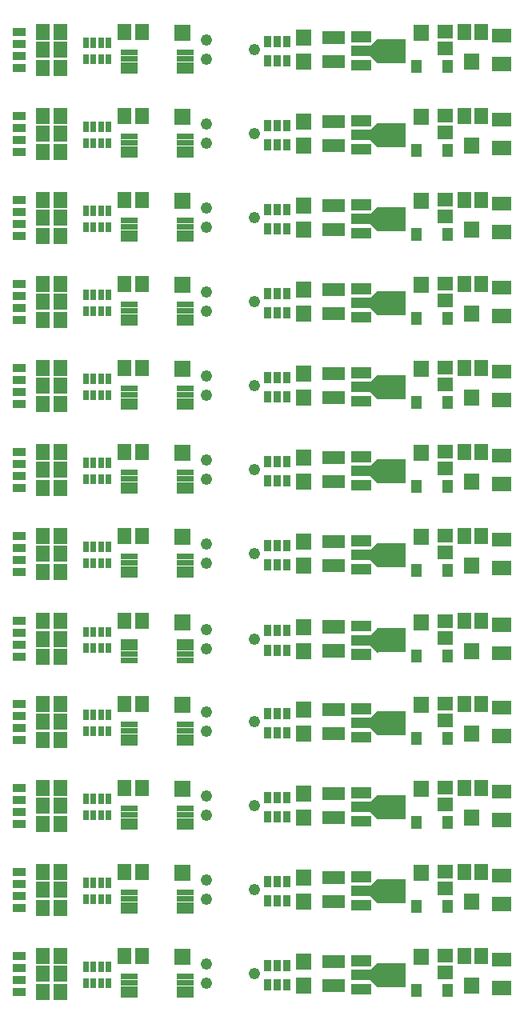
<source format=gbr>
G04 start of page 7 for group -4063 idx -4063 *
G04 Title: (unknown), componentmask *
G04 Creator: pcb 20110918 *
G04 CreationDate: Mon 02 Feb 2015 04:29:52 AM GMT UTC *
G04 For: railfan *
G04 Format: Gerber/RS-274X *
G04 PCB-Dimensions: 211000 411000 *
G04 PCB-Coordinate-Origin: lower left *
%MOIN*%
%FSLAX25Y25*%
%LNTOPMASK*%
%ADD55R,0.1005X0.1005*%
%ADD54R,0.0438X0.0438*%
%ADD53R,0.0420X0.0420*%
%ADD52R,0.0550X0.0550*%
%ADD51R,0.0300X0.0300*%
%ADD50R,0.0227X0.0227*%
%ADD49R,0.0230X0.0230*%
%ADD48R,0.0572X0.0572*%
%ADD47R,0.0344X0.0344*%
%ADD46C,0.0490*%
%ADD45C,0.0001*%
G54D45*G36*
X118200Y256300D02*Y249700D01*
X124800D01*
Y256300D01*
X118200D01*
G37*
G36*
Y266300D02*Y259700D01*
X124800D01*
Y266300D01*
X118200D01*
G37*
G54D46*X101000Y258000D03*
G54D45*G36*
X67700Y268300D02*Y261700D01*
X74300D01*
Y268300D01*
X67700D01*
G37*
G36*
X118200Y221300D02*Y214700D01*
X124800D01*
Y221300D01*
X118200D01*
G37*
G36*
Y231300D02*Y224700D01*
X124800D01*
Y231300D01*
X118200D01*
G37*
G54D46*X101000Y223000D03*
X81000Y227000D03*
Y219000D03*
Y262000D03*
Y254000D03*
Y192000D03*
Y184000D03*
Y156500D03*
Y148500D03*
G54D45*G36*
X67700Y233300D02*Y226700D01*
X74300D01*
Y233300D01*
X67700D01*
G37*
G36*
Y198300D02*Y191700D01*
X74300D01*
Y198300D01*
X67700D01*
G37*
G36*
Y162800D02*Y156200D01*
X74300D01*
Y162800D01*
X67700D01*
G37*
G36*
X118200Y186300D02*Y179700D01*
X124800D01*
Y186300D01*
X118200D01*
G37*
G36*
Y196300D02*Y189700D01*
X124800D01*
Y196300D01*
X118200D01*
G37*
G54D46*X101000Y188000D03*
G54D45*G36*
X167200Y338300D02*Y331700D01*
X173800D01*
Y338300D01*
X167200D01*
G37*
G36*
Y303300D02*Y296700D01*
X173800D01*
Y303300D01*
X167200D01*
G37*
G36*
Y268300D02*Y261700D01*
X173800D01*
Y268300D01*
X167200D01*
G37*
G36*
X188200Y291300D02*Y284700D01*
X194800D01*
Y291300D01*
X188200D01*
G37*
G36*
Y256300D02*Y249700D01*
X194800D01*
Y256300D01*
X188200D01*
G37*
G36*
Y221300D02*Y214700D01*
X194800D01*
Y221300D01*
X188200D01*
G37*
G36*
Y186300D02*Y179700D01*
X194800D01*
Y186300D01*
X188200D01*
G37*
G36*
Y150800D02*Y144200D01*
X194800D01*
Y150800D01*
X188200D01*
G37*
G36*
Y116300D02*Y109700D01*
X194800D01*
Y116300D01*
X188200D01*
G37*
G36*
X167200Y233300D02*Y226700D01*
X173800D01*
Y233300D01*
X167200D01*
G37*
G36*
Y198300D02*Y191700D01*
X173800D01*
Y198300D01*
X167200D01*
G37*
G36*
Y162800D02*Y156200D01*
X173800D01*
Y162800D01*
X167200D01*
G37*
G36*
Y128300D02*Y121700D01*
X173800D01*
Y128300D01*
X167200D01*
G37*
G36*
X188200Y81300D02*Y74700D01*
X194800D01*
Y81300D01*
X188200D01*
G37*
G36*
X167200Y93300D02*Y86700D01*
X173800D01*
Y93300D01*
X167200D01*
G37*
G36*
Y58300D02*Y51700D01*
X173800D01*
Y58300D01*
X167200D01*
G37*
G36*
Y23300D02*Y16700D01*
X173800D01*
Y23300D01*
X167200D01*
G37*
G36*
X188200Y46300D02*Y39700D01*
X194800D01*
Y46300D01*
X188200D01*
G37*
G36*
Y11300D02*Y4700D01*
X194800D01*
Y11300D01*
X188200D01*
G37*
G36*
X118200Y150800D02*Y144200D01*
X124800D01*
Y150800D01*
X118200D01*
G37*
G36*
Y160800D02*Y154200D01*
X124800D01*
Y160800D01*
X118200D01*
G37*
G54D46*X101000Y152500D03*
X81000Y122000D03*
G54D45*G36*
X67700Y128300D02*Y121700D01*
X74300D01*
Y128300D01*
X67700D01*
G37*
G54D46*X81000Y114000D03*
G54D45*G36*
X118200Y116300D02*Y109700D01*
X124800D01*
Y116300D01*
X118200D01*
G37*
G36*
Y126300D02*Y119700D01*
X124800D01*
Y126300D01*
X118200D01*
G37*
G54D46*X101000Y118000D03*
X81000Y87000D03*
G54D45*G36*
X67700Y93300D02*Y86700D01*
X74300D01*
Y93300D01*
X67700D01*
G37*
G54D46*X81000Y79000D03*
G54D45*G36*
X118200Y81300D02*Y74700D01*
X124800D01*
Y81300D01*
X118200D01*
G37*
G36*
Y91300D02*Y84700D01*
X124800D01*
Y91300D01*
X118200D01*
G37*
G54D46*X101000Y83000D03*
G54D45*G36*
X67700Y58300D02*Y51700D01*
X74300D01*
Y58300D01*
X67700D01*
G37*
G54D46*X81000Y52000D03*
Y44000D03*
G54D45*G36*
X118200Y46300D02*Y39700D01*
X124800D01*
Y46300D01*
X118200D01*
G37*
G36*
Y56300D02*Y49700D01*
X124800D01*
Y56300D01*
X118200D01*
G37*
G54D46*X101000Y48000D03*
G54D45*G36*
X118200Y11300D02*Y4700D01*
X124800D01*
Y11300D01*
X118200D01*
G37*
G36*
Y21300D02*Y14700D01*
X124800D01*
Y21300D01*
X118200D01*
G37*
G54D46*X101000Y13000D03*
X81000Y17000D03*
Y9000D03*
G54D45*G36*
X67700Y23300D02*Y16700D01*
X74300D01*
Y23300D01*
X67700D01*
G37*
G36*
X118200Y396300D02*Y389700D01*
X124800D01*
Y396300D01*
X118200D01*
G37*
G36*
Y406300D02*Y399700D01*
X124800D01*
Y406300D01*
X118200D01*
G37*
G54D46*X101000Y398000D03*
X81000Y402000D03*
Y394000D03*
G54D45*G36*
X67700Y408300D02*Y401700D01*
X74300D01*
Y408300D01*
X67700D01*
G37*
G36*
Y373300D02*Y366700D01*
X74300D01*
Y373300D01*
X67700D01*
G37*
G54D46*X101000Y363000D03*
X81000Y367000D03*
Y359000D03*
G54D45*G36*
X188200Y396300D02*Y389700D01*
X194800D01*
Y396300D01*
X188200D01*
G37*
G36*
X167200Y408300D02*Y401700D01*
X173800D01*
Y408300D01*
X167200D01*
G37*
G36*
X118200Y361300D02*Y354700D01*
X124800D01*
Y361300D01*
X118200D01*
G37*
G36*
X188200D02*Y354700D01*
X194800D01*
Y361300D01*
X188200D01*
G37*
G36*
X118200Y371300D02*Y364700D01*
X124800D01*
Y371300D01*
X118200D01*
G37*
G36*
X167200Y373300D02*Y366700D01*
X173800D01*
Y373300D01*
X167200D01*
G37*
G36*
X188200Y326300D02*Y319700D01*
X194800D01*
Y326300D01*
X188200D01*
G37*
G36*
X118200D02*Y319700D01*
X124800D01*
Y326300D01*
X118200D01*
G37*
G36*
Y336300D02*Y329700D01*
X124800D01*
Y336300D01*
X118200D01*
G37*
G54D46*X101000Y328000D03*
X81000Y332000D03*
Y324000D03*
G54D45*G36*
X67700Y338300D02*Y331700D01*
X74300D01*
Y338300D01*
X67700D01*
G37*
G36*
Y303300D02*Y296700D01*
X74300D01*
Y303300D01*
X67700D01*
G37*
G36*
X118200Y291300D02*Y284700D01*
X124800D01*
Y291300D01*
X118200D01*
G37*
G36*
Y301300D02*Y294700D01*
X124800D01*
Y301300D01*
X118200D01*
G37*
G54D46*X101000Y293000D03*
X81000Y297000D03*
Y289000D03*
G54D47*X1919Y320500D02*X3837D01*
X1919Y325500D02*X3837D01*
X1919Y330500D02*X3837D01*
X1919Y335500D02*X3837D01*
G54D48*X12957Y320893D02*Y320107D01*
Y328393D02*Y327607D01*
Y335893D02*Y335107D01*
X20043Y320893D02*Y320107D01*
Y328393D02*Y327607D01*
Y335893D02*Y335107D01*
G54D49*X46583Y326838D02*X51189D01*
X46583Y324279D02*X51189D01*
X46583Y321721D02*X51189D01*
X46583Y319162D02*X51189D01*
X69811D02*X74417D01*
X69811Y321721D02*X74417D01*
X69811Y324279D02*X74417D01*
X69811Y326838D02*X74417D01*
G54D48*X54043Y335893D02*Y335107D01*
X46957Y335893D02*Y335107D01*
G54D50*X40224Y331783D02*Y329913D01*
X37075Y331783D02*Y329913D01*
X33925Y331783D02*Y329913D01*
X30776Y331783D02*Y329913D01*
Y325087D02*Y323217D01*
X33925Y325087D02*Y323217D01*
X37075Y325087D02*Y323217D01*
X40224Y325087D02*Y323217D01*
G54D47*X1919Y285500D02*X3837D01*
X1919Y290500D02*X3837D01*
X1919Y295500D02*X3837D01*
X1919Y300500D02*X3837D01*
G54D48*X12957Y285893D02*Y285107D01*
X20043Y285893D02*Y285107D01*
X12957Y293393D02*Y292607D01*
Y300893D02*Y300107D01*
X20043Y293393D02*Y292607D01*
Y300893D02*Y300107D01*
G54D49*X46583Y291838D02*X51189D01*
G54D48*X54043Y300893D02*Y300107D01*
X46957Y300893D02*Y300107D01*
G54D49*X46583Y289279D02*X51189D01*
G54D50*X30776Y290087D02*Y288217D01*
X33925Y290087D02*Y288217D01*
X37075Y290087D02*Y288217D01*
X40224Y290087D02*Y288217D01*
G54D49*X46583Y286721D02*X51189D01*
X46583Y284162D02*X51189D01*
X69811D02*X74417D01*
G54D50*X40224Y296783D02*Y294913D01*
X37075Y296783D02*Y294913D01*
X33925Y296783D02*Y294913D01*
X30776Y296783D02*Y294913D01*
G54D47*X1919Y250500D02*X3837D01*
X1919Y255500D02*X3837D01*
X1919Y260500D02*X3837D01*
X1919Y265500D02*X3837D01*
G54D48*X12957Y250893D02*Y250107D01*
X20043Y250893D02*Y250107D01*
X12957Y258393D02*Y257607D01*
Y265893D02*Y265107D01*
X20043Y258393D02*Y257607D01*
Y265893D02*Y265107D01*
G54D49*X46583Y256838D02*X51189D01*
G54D48*X54043Y265893D02*Y265107D01*
X46957Y265893D02*Y265107D01*
G54D49*X46583Y254279D02*X51189D01*
G54D50*X30776Y255087D02*Y253217D01*
X33925Y255087D02*Y253217D01*
X37075Y255087D02*Y253217D01*
X40224Y255087D02*Y253217D01*
G54D49*X46583Y251721D02*X51189D01*
X46583Y249162D02*X51189D01*
X69811D02*X74417D01*
G54D50*X40224Y261783D02*Y259913D01*
X37075Y261783D02*Y259913D01*
X33925Y261783D02*Y259913D01*
X30776Y261783D02*Y259913D01*
G54D47*X1919Y215500D02*X3837D01*
X1919Y220500D02*X3837D01*
G54D50*X30776Y220087D02*Y218217D01*
X33925Y220087D02*Y218217D01*
X37075Y220087D02*Y218217D01*
X40224Y220087D02*Y218217D01*
G54D47*X1919Y225500D02*X3837D01*
G54D48*X12957Y223393D02*Y222607D01*
X20043Y223393D02*Y222607D01*
G54D47*X1919Y230500D02*X3837D01*
G54D48*X12957Y230893D02*Y230107D01*
X20043Y230893D02*Y230107D01*
G54D50*X30776Y226783D02*Y224913D01*
G54D48*X12957Y215893D02*Y215107D01*
X20043Y215893D02*Y215107D01*
G54D49*X46583Y221838D02*X51189D01*
X69811D02*X74417D01*
G54D48*X54043Y230893D02*Y230107D01*
X46957Y230893D02*Y230107D01*
G54D49*X46583Y219279D02*X51189D01*
X46583Y216721D02*X51189D01*
X46583Y214162D02*X51189D01*
X69811D02*X74417D01*
X69811Y216721D02*X74417D01*
X69811Y219279D02*X74417D01*
G54D50*X40224Y226783D02*Y224913D01*
X37075Y226783D02*Y224913D01*
X33925Y226783D02*Y224913D01*
G54D51*X114400Y332300D02*Y330700D01*
X110500Y332300D02*Y330700D01*
X106600Y332300D02*Y330700D01*
Y324100D02*Y322500D01*
X110500Y324100D02*Y322500D01*
X114400Y324100D02*Y322500D01*
G54D52*X132200Y333000D02*X135800D01*
X132200Y323000D02*X135800D01*
G54D51*X114400Y297300D02*Y295700D01*
G54D52*X132200Y298000D02*X135800D01*
X132200Y288000D02*X135800D01*
G54D51*X110500Y297300D02*Y295700D01*
Y289100D02*Y287500D01*
X114400Y289100D02*Y287500D01*
G54D52*X132200Y263000D02*X135800D01*
G54D51*X106600Y297300D02*Y295700D01*
Y289100D02*Y287500D01*
Y262300D02*Y260700D01*
Y254100D02*Y252500D01*
X114400Y262300D02*Y260700D01*
X110500Y262300D02*Y260700D01*
Y254100D02*Y252500D01*
X114400Y254100D02*Y252500D01*
Y402300D02*Y400700D01*
X110500Y402300D02*Y400700D01*
X106600Y402300D02*Y400700D01*
Y394100D02*Y392500D01*
X110500Y394100D02*Y392500D01*
X114400Y394100D02*Y392500D01*
G54D52*X132200Y393000D02*X135800D01*
G54D48*X180107Y398457D02*X180893D01*
G54D53*X168600Y391600D02*Y390400D01*
X181500Y391600D02*Y390400D01*
G54D48*X202819Y392095D02*X205181D01*
X180107Y405543D02*X180893D01*
X202819Y403905D02*X205181D01*
X188457Y405893D02*Y405107D01*
X195543Y405893D02*Y405107D01*
G54D52*X132200Y403000D02*X135800D01*
G54D54*X143516Y403406D02*X147610D01*
X143516Y397500D02*X155326D01*
G54D55*X157060D02*X158950D01*
G54D45*G36*
X149071Y399385D02*X152335Y402649D01*
X154179Y400805D01*
X150915Y397541D01*
X149071Y399385D01*
G37*
G36*
X150915Y397459D02*X154179Y394195D01*
X152335Y392351D01*
X149071Y395615D01*
X150915Y397459D01*
G37*
G54D54*X143516Y391594D02*X147610D01*
G54D51*X114400Y367300D02*Y365700D01*
G54D52*X132200Y368000D02*X135800D01*
X132200Y358000D02*X135800D01*
G54D51*X110500Y367300D02*Y365700D01*
X106600Y367300D02*Y365700D01*
Y359100D02*Y357500D01*
X110500Y359100D02*Y357500D01*
X114400Y359100D02*Y357500D01*
G54D54*X143516Y368406D02*X147610D01*
X143516Y362500D02*X155326D01*
G54D55*X157060D02*X158950D01*
G54D45*G36*
X149071Y364385D02*X152335Y367649D01*
X154179Y365805D01*
X150915Y362541D01*
X149071Y364385D01*
G37*
G36*
X150915Y362459D02*X154179Y359195D01*
X152335Y357351D01*
X149071Y360615D01*
X150915Y362459D01*
G37*
G54D54*X143516Y356594D02*X147610D01*
G54D48*X180107Y363457D02*X180893D01*
X180107Y370543D02*X180893D01*
G54D53*X168600Y356600D02*Y355400D01*
X181500Y356600D02*Y355400D01*
G54D48*X202819Y368905D02*X205181D01*
X202819Y357095D02*X205181D01*
X188457Y370893D02*Y370107D01*
X195543Y370893D02*Y370107D01*
G54D47*X1919Y400500D02*X3837D01*
X1919Y405500D02*X3837D01*
X1919Y390500D02*X3837D01*
X1919Y395500D02*X3837D01*
G54D48*X12957Y390893D02*Y390107D01*
X20043Y390893D02*Y390107D01*
X12957Y398393D02*Y397607D01*
Y405893D02*Y405107D01*
X20043Y398393D02*Y397607D01*
Y405893D02*Y405107D01*
G54D49*X46583Y396838D02*X51189D01*
X46583Y394279D02*X51189D01*
X46583Y391721D02*X51189D01*
X46583Y389162D02*X51189D01*
X69811Y394279D02*X74417D01*
X69811Y396838D02*X74417D01*
G54D50*X30776Y395087D02*Y393217D01*
X33925Y395087D02*Y393217D01*
X37075Y395087D02*Y393217D01*
X40224Y395087D02*Y393217D01*
G54D48*X54043Y405893D02*Y405107D01*
X46957Y405893D02*Y405107D01*
G54D50*X40224Y401783D02*Y399913D01*
X37075Y401783D02*Y399913D01*
X33925Y401783D02*Y399913D01*
X30776Y401783D02*Y399913D01*
G54D47*X1919Y355500D02*X3837D01*
X1919Y360500D02*X3837D01*
X1919Y365500D02*X3837D01*
X1919Y370500D02*X3837D01*
G54D48*X12957Y355893D02*Y355107D01*
X20043Y355893D02*Y355107D01*
X12957Y363393D02*Y362607D01*
Y370893D02*Y370107D01*
X20043Y363393D02*Y362607D01*
Y370893D02*Y370107D01*
G54D49*X46583Y361838D02*X51189D01*
G54D48*X54043Y370893D02*Y370107D01*
X46957Y370893D02*Y370107D01*
G54D49*X46583Y359279D02*X51189D01*
G54D50*X30776Y360087D02*Y358217D01*
X33925Y360087D02*Y358217D01*
X37075Y360087D02*Y358217D01*
X40224Y360087D02*Y358217D01*
G54D49*X46583Y356721D02*X51189D01*
X46583Y354162D02*X51189D01*
G54D50*X40224Y366783D02*Y364913D01*
X37075Y366783D02*Y364913D01*
X33925Y366783D02*Y364913D01*
X30776Y366783D02*Y364913D01*
G54D49*X69811Y389162D02*X74417D01*
X69811Y391721D02*X74417D01*
X69811Y354162D02*X74417D01*
X69811Y356721D02*X74417D01*
X69811Y359279D02*X74417D01*
X69811Y361838D02*X74417D01*
G54D48*X180107Y328457D02*X180893D01*
G54D53*X181500Y321600D02*Y320400D01*
G54D48*X180107Y293457D02*X180893D01*
X180107Y300543D02*X180893D01*
G54D53*X168600Y286600D02*Y285400D01*
X181500Y286600D02*Y285400D01*
G54D48*X180107Y335543D02*X180893D01*
X202819Y333905D02*X205181D01*
X188457Y335893D02*Y335107D01*
X195543Y335893D02*Y335107D01*
G54D53*X168600Y321600D02*Y320400D01*
G54D48*X202819Y322095D02*X205181D01*
X202819Y298905D02*X205181D01*
X202819Y287095D02*X205181D01*
X188457Y300893D02*Y300107D01*
X195543Y300893D02*Y300107D01*
G54D54*X143516Y333406D02*X147610D01*
X143516Y327500D02*X155326D01*
G54D55*X157060D02*X158950D01*
G54D45*G36*
X149071Y329385D02*X152335Y332649D01*
X154179Y330805D01*
X150915Y327541D01*
X149071Y329385D01*
G37*
G36*
X150915Y327459D02*X154179Y324195D01*
X152335Y322351D01*
X149071Y325615D01*
X150915Y327459D01*
G37*
G54D54*X143516Y321594D02*X147610D01*
X143516Y298406D02*X147610D01*
X143516Y292500D02*X155326D01*
G54D55*X157060D02*X158950D01*
G54D45*G36*
X149071Y294385D02*X152335Y297649D01*
X154179Y295805D01*
X150915Y292541D01*
X149071Y294385D01*
G37*
G36*
X150915Y292459D02*X154179Y289195D01*
X152335Y287351D01*
X149071Y290615D01*
X150915Y292459D01*
G37*
G54D54*X143516Y286594D02*X147610D01*
G54D49*X69811Y286721D02*X74417D01*
X69811Y289279D02*X74417D01*
X69811Y291838D02*X74417D01*
X69811Y251721D02*X74417D01*
X69811Y254279D02*X74417D01*
X69811Y256838D02*X74417D01*
G54D51*X110500Y227300D02*Y225700D01*
X106600Y227300D02*Y225700D01*
Y219100D02*Y217500D01*
X110500Y219100D02*Y217500D01*
X114400Y219100D02*Y217500D01*
G54D52*X132200Y253000D02*X135800D01*
G54D51*X114400Y227300D02*Y225700D01*
G54D52*X132200Y228000D02*X135800D01*
X132200Y218000D02*X135800D01*
G54D51*X114400Y192300D02*Y190700D01*
X110500Y192300D02*Y190700D01*
G54D52*X132200Y193000D02*X135800D01*
G54D51*X106600Y192300D02*Y190700D01*
Y184100D02*Y182500D01*
X110500Y184100D02*Y182500D01*
X114400Y184100D02*Y182500D01*
G54D52*X132200Y183000D02*X135800D01*
G54D51*X114400Y156800D02*Y155200D01*
X110500Y156800D02*Y155200D01*
X106600Y156800D02*Y155200D01*
Y148600D02*Y147000D01*
X110500Y148600D02*Y147000D01*
X114400Y148600D02*Y147000D01*
G54D52*X132200Y157500D02*X135800D01*
X132200Y147500D02*X135800D01*
G54D49*X69811Y146221D02*X74417D01*
X69811Y148779D02*X74417D01*
X69811Y151338D02*X74417D01*
G54D54*X143516Y263406D02*X147610D01*
X143516Y257500D02*X155326D01*
G54D55*X157060D02*X158950D01*
G54D45*G36*
X149071Y259385D02*X152335Y262649D01*
X154179Y260805D01*
X150915Y257541D01*
X149071Y259385D01*
G37*
G36*
X150915Y257459D02*X154179Y254195D01*
X152335Y252351D01*
X149071Y255615D01*
X150915Y257459D01*
G37*
G54D54*X143516Y251594D02*X147610D01*
X143516Y228406D02*X147610D01*
X143516Y222500D02*X155326D01*
G54D55*X157060D02*X158950D01*
G54D45*G36*
X149071Y224385D02*X152335Y227649D01*
X154179Y225805D01*
X150915Y222541D01*
X149071Y224385D01*
G37*
G36*
X150915Y222459D02*X154179Y219195D01*
X152335Y217351D01*
X149071Y220615D01*
X150915Y222459D01*
G37*
G54D54*X143516Y216594D02*X147610D01*
G54D48*X180107Y258457D02*X180893D01*
G54D53*X181500Y251600D02*Y250400D01*
G54D48*X180107Y230543D02*X180893D01*
X180107Y265543D02*X180893D01*
X202819Y263905D02*X205181D01*
X188457Y265893D02*Y265107D01*
X195543Y265893D02*Y265107D01*
G54D53*X168600Y251600D02*Y250400D01*
G54D48*X202819Y252095D02*X205181D01*
X202819Y228905D02*X205181D01*
X202819Y217095D02*X205181D01*
X188457Y230893D02*Y230107D01*
X195543Y230893D02*Y230107D01*
X180107Y223457D02*X180893D01*
G54D53*X168600Y216600D02*Y215400D01*
X181500Y216600D02*Y215400D01*
G54D48*X180107Y188457D02*X180893D01*
X180107Y195543D02*X180893D01*
G54D53*X168600Y181600D02*Y180400D01*
Y146100D02*Y144900D01*
X181500Y181600D02*Y180400D01*
G54D48*X202819Y193905D02*X205181D01*
X202819Y182095D02*X205181D01*
X188457Y195893D02*Y195107D01*
X195543Y195893D02*Y195107D01*
X202819Y158405D02*X205181D01*
X202819Y146595D02*X205181D01*
G54D54*X143516Y193406D02*X147610D01*
X143516Y187500D02*X155326D01*
X143516Y181594D02*X147610D01*
G54D55*X157060Y187500D02*X158950D01*
G54D45*G36*
X149071Y189385D02*X152335Y192649D01*
X154179Y190805D01*
X150915Y187541D01*
X149071Y189385D01*
G37*
G36*
X150915Y187459D02*X154179Y184195D01*
X152335Y182351D01*
X149071Y185615D01*
X150915Y187459D01*
G37*
G54D54*X143516Y157906D02*X147610D01*
X143516Y152000D02*X155326D01*
G54D55*X157060D02*X158950D01*
G54D45*G36*
X149071Y153885D02*X152335Y157149D01*
X154179Y155305D01*
X150915Y152041D01*
X149071Y153885D01*
G37*
G36*
X150915Y151959D02*X154179Y148695D01*
X152335Y146851D01*
X149071Y150115D01*
X150915Y151959D01*
G37*
G54D54*X143516Y146094D02*X147610D01*
G54D48*X188457Y160393D02*Y159607D01*
Y125893D02*Y125107D01*
Y90893D02*Y90107D01*
Y55893D02*Y55107D01*
Y20893D02*Y20107D01*
X195543Y160393D02*Y159607D01*
X180107Y152957D02*X180893D01*
X180107Y160043D02*X180893D01*
G54D53*X181500Y146100D02*Y144900D01*
G54D48*X180107Y118457D02*X180893D01*
X180107Y125543D02*X180893D01*
G54D53*X181500Y111600D02*Y110400D01*
G54D48*X180107Y83457D02*X180893D01*
X180107Y90543D02*X180893D01*
X202819Y123905D02*X205181D01*
X202819Y112095D02*X205181D01*
X195543Y125893D02*Y125107D01*
X202819Y88905D02*X205181D01*
X202819Y77095D02*X205181D01*
X195543Y90893D02*Y90107D01*
X202819Y53905D02*X205181D01*
X202819Y42095D02*X205181D01*
X195543Y55893D02*Y55107D01*
X202819Y18905D02*X205181D01*
X202819Y7095D02*X205181D01*
X195543Y20893D02*Y20107D01*
G54D54*X143516Y123406D02*X147610D01*
X143516Y117500D02*X155326D01*
G54D55*X157060D02*X158950D01*
G54D45*G36*
X149071Y119385D02*X152335Y122649D01*
X154179Y120805D01*
X150915Y117541D01*
X149071Y119385D01*
G37*
G36*
X150915Y117459D02*X154179Y114195D01*
X152335Y112351D01*
X149071Y115615D01*
X150915Y117459D01*
G37*
G54D54*X143516Y111594D02*X147610D01*
X143516Y88406D02*X147610D01*
X143516Y82500D02*X155326D01*
G54D55*X157060D02*X158950D01*
G54D45*G36*
X149071Y84385D02*X152335Y87649D01*
X154179Y85805D01*
X150915Y82541D01*
X149071Y84385D01*
G37*
G36*
X150915Y82459D02*X154179Y79195D01*
X152335Y77351D01*
X149071Y80615D01*
X150915Y82459D01*
G37*
G54D54*X143516Y76594D02*X147610D01*
G54D53*X168600Y111600D02*Y110400D01*
Y76600D02*Y75400D01*
Y41600D02*Y40400D01*
X181500Y76600D02*Y75400D01*
G54D48*X180107Y48457D02*X180893D01*
X180107Y55543D02*X180893D01*
G54D53*X181500Y41600D02*Y40400D01*
G54D48*X180107Y13457D02*X180893D01*
X180107Y20543D02*X180893D01*
G54D53*X168600Y6600D02*Y5400D01*
X181500Y6600D02*Y5400D01*
G54D54*X143516Y53406D02*X147610D01*
X143516Y47500D02*X155326D01*
X143516Y41594D02*X147610D01*
G54D55*X157060Y47500D02*X158950D01*
G54D45*G36*
X149071Y49385D02*X152335Y52649D01*
X154179Y50805D01*
X150915Y47541D01*
X149071Y49385D01*
G37*
G36*
X150915Y47459D02*X154179Y44195D01*
X152335Y42351D01*
X149071Y45615D01*
X150915Y47459D01*
G37*
G54D54*X143516Y18406D02*X147610D01*
X143516Y12500D02*X155326D01*
G54D55*X157060D02*X158950D01*
G54D45*G36*
X149071Y14385D02*X152335Y17649D01*
X154179Y15805D01*
X150915Y12541D01*
X149071Y14385D01*
G37*
G36*
X150915Y12459D02*X154179Y9195D01*
X152335Y7351D01*
X149071Y10615D01*
X150915Y12459D01*
G37*
G54D54*X143516Y6594D02*X147610D01*
G54D47*X1919Y180500D02*X3837D01*
X1919Y185500D02*X3837D01*
X1919Y190500D02*X3837D01*
X1919Y195500D02*X3837D01*
G54D48*X12957Y180893D02*Y180107D01*
X20043Y180893D02*Y180107D01*
X12957Y188393D02*Y187607D01*
Y195893D02*Y195107D01*
X20043Y188393D02*Y187607D01*
Y195893D02*Y195107D01*
G54D49*X46583Y186838D02*X51189D01*
X69811D02*X74417D01*
G54D48*X54043Y195893D02*Y195107D01*
X46957Y195893D02*Y195107D01*
G54D49*X46583Y184279D02*X51189D01*
X69811D02*X74417D01*
G54D50*X30776Y185087D02*Y183217D01*
X33925Y185087D02*Y183217D01*
X37075Y185087D02*Y183217D01*
X40224Y185087D02*Y183217D01*
G54D49*X46583Y181721D02*X51189D01*
X69811D02*X74417D01*
X46583Y179162D02*X51189D01*
X69811D02*X74417D01*
G54D50*X40224Y191783D02*Y189913D01*
X37075Y191783D02*Y189913D01*
X33925Y191783D02*Y189913D01*
X30776Y191783D02*Y189913D01*
G54D47*X1919Y145000D02*X3837D01*
X1919Y150000D02*X3837D01*
X1919Y155000D02*X3837D01*
X1919Y160000D02*X3837D01*
G54D48*X12957Y145393D02*Y144607D01*
X20043Y145393D02*Y144607D01*
X12957Y152893D02*Y152107D01*
Y160393D02*Y159607D01*
X20043Y152893D02*Y152107D01*
Y160393D02*Y159607D01*
G54D49*X46583Y151338D02*X51189D01*
G54D48*X54043Y160393D02*Y159607D01*
X46957Y160393D02*Y159607D01*
G54D49*X46583Y148779D02*X51189D01*
G54D50*X30776Y149587D02*Y147717D01*
X33925Y149587D02*Y147717D01*
X37075Y149587D02*Y147717D01*
X40224Y149587D02*Y147717D01*
G54D49*X46583Y146221D02*X51189D01*
X46583Y143662D02*X51189D01*
X69811D02*X74417D01*
G54D50*X40224Y156283D02*Y154413D01*
X37075Y156283D02*Y154413D01*
X33925Y156283D02*Y154413D01*
X30776Y156283D02*Y154413D01*
G54D47*X1919Y110500D02*X3837D01*
X1919Y115500D02*X3837D01*
G54D50*X30776Y115087D02*Y113217D01*
X33925Y115087D02*Y113217D01*
X37075Y115087D02*Y113217D01*
X40224Y115087D02*Y113217D01*
G54D47*X1919Y120500D02*X3837D01*
G54D48*X12957Y118393D02*Y117607D01*
X20043Y118393D02*Y117607D01*
G54D47*X1919Y125500D02*X3837D01*
G54D48*X12957Y125893D02*Y125107D01*
X20043Y125893D02*Y125107D01*
G54D50*X30776Y121783D02*Y119913D01*
G54D48*X12957Y110893D02*Y110107D01*
X20043Y110893D02*Y110107D01*
G54D49*X46583Y116838D02*X51189D01*
X69811D02*X74417D01*
G54D48*X54043Y125893D02*Y125107D01*
X46957Y125893D02*Y125107D01*
G54D49*X46583Y114279D02*X51189D01*
X46583Y111721D02*X51189D01*
X46583Y109162D02*X51189D01*
X69811D02*X74417D01*
X69811Y111721D02*X74417D01*
X69811Y114279D02*X74417D01*
G54D50*X40224Y121783D02*Y119913D01*
X37075Y121783D02*Y119913D01*
X33925Y121783D02*Y119913D01*
G54D47*X1919Y75500D02*X3837D01*
X1919Y80500D02*X3837D01*
X1919Y85500D02*X3837D01*
X1919Y90500D02*X3837D01*
G54D48*X12957Y75893D02*Y75107D01*
X20043Y75893D02*Y75107D01*
X12957Y83393D02*Y82607D01*
Y90893D02*Y90107D01*
X20043Y83393D02*Y82607D01*
Y90893D02*Y90107D01*
G54D49*X46583Y81838D02*X51189D01*
G54D48*X54043Y90893D02*Y90107D01*
X46957Y90893D02*Y90107D01*
G54D49*X46583Y79279D02*X51189D01*
G54D50*X30776Y80087D02*Y78217D01*
X33925Y80087D02*Y78217D01*
X37075Y80087D02*Y78217D01*
X40224Y80087D02*Y78217D01*
G54D49*X46583Y76721D02*X51189D01*
X46583Y74162D02*X51189D01*
X69811D02*X74417D01*
G54D50*X40224Y86783D02*Y84913D01*
X37075Y86783D02*Y84913D01*
X33925Y86783D02*Y84913D01*
X30776Y86783D02*Y84913D01*
G54D51*X114400Y122300D02*Y120700D01*
G54D52*X132200Y123000D02*X135800D01*
X132200Y113000D02*X135800D01*
G54D51*X110500Y122300D02*Y120700D01*
Y114100D02*Y112500D01*
X114400Y114100D02*Y112500D01*
X106600Y122300D02*Y120700D01*
Y114100D02*Y112500D01*
G54D49*X69811Y76721D02*X74417D01*
X69811Y79279D02*X74417D01*
X69811Y81838D02*X74417D01*
G54D51*X114400Y87300D02*Y85700D01*
G54D52*X132200Y88000D02*X135800D01*
X132200Y78000D02*X135800D01*
G54D51*X110500Y87300D02*Y85700D01*
X106600Y87300D02*Y85700D01*
Y79100D02*Y77500D01*
X110500Y79100D02*Y77500D01*
X114400Y79100D02*Y77500D01*
Y52300D02*Y50700D01*
X110500Y52300D02*Y50700D01*
G54D52*X132200Y53000D02*X135800D01*
G54D51*X106600Y52300D02*Y50700D01*
Y44100D02*Y42500D01*
X110500Y44100D02*Y42500D01*
X114400Y44100D02*Y42500D01*
G54D52*X132200Y43000D02*X135800D01*
G54D51*X114400Y17300D02*Y15700D01*
X110500Y17300D02*Y15700D01*
X106600Y17300D02*Y15700D01*
Y9100D02*Y7500D01*
X110500Y9100D02*Y7500D01*
X114400Y9100D02*Y7500D01*
G54D52*X132200Y18000D02*X135800D01*
X132200Y8000D02*X135800D01*
G54D49*X69811Y6721D02*X74417D01*
X69811Y9279D02*X74417D01*
X69811Y11838D02*X74417D01*
G54D47*X1919Y40500D02*X3837D01*
X1919Y45500D02*X3837D01*
X1919Y50500D02*X3837D01*
X1919Y55500D02*X3837D01*
G54D48*X12957Y40893D02*Y40107D01*
X20043Y40893D02*Y40107D01*
X12957Y48393D02*Y47607D01*
Y55893D02*Y55107D01*
X20043Y48393D02*Y47607D01*
Y55893D02*Y55107D01*
G54D49*X46583Y46838D02*X51189D01*
X69811D02*X74417D01*
G54D48*X54043Y55893D02*Y55107D01*
X46957Y55893D02*Y55107D01*
G54D49*X46583Y44279D02*X51189D01*
X69811D02*X74417D01*
G54D50*X30776Y45087D02*Y43217D01*
X33925Y45087D02*Y43217D01*
X37075Y45087D02*Y43217D01*
X40224Y45087D02*Y43217D01*
G54D49*X46583Y41721D02*X51189D01*
X69811D02*X74417D01*
X46583Y39162D02*X51189D01*
X69811D02*X74417D01*
G54D50*X40224Y51783D02*Y49913D01*
X37075Y51783D02*Y49913D01*
X33925Y51783D02*Y49913D01*
X30776Y51783D02*Y49913D01*
G54D47*X1919Y5500D02*X3837D01*
X1919Y15500D02*X3837D01*
X1919Y20500D02*X3837D01*
X1919Y10500D02*X3837D01*
G54D50*X30776Y10087D02*Y8217D01*
X33925Y10087D02*Y8217D01*
X37075Y10087D02*Y8217D01*
X40224Y10087D02*Y8217D01*
G54D49*X46583Y11838D02*X51189D01*
G54D48*X54043Y20893D02*Y20107D01*
X46957Y20893D02*Y20107D01*
G54D49*X46583Y9279D02*X51189D01*
X46583Y6721D02*X51189D01*
X46583Y4162D02*X51189D01*
X69811D02*X74417D01*
G54D50*X40224Y16783D02*Y14913D01*
X37075Y16783D02*Y14913D01*
X33925Y16783D02*Y14913D01*
X30776Y16783D02*Y14913D01*
G54D48*X12957Y5893D02*Y5107D01*
Y13393D02*Y12607D01*
Y20893D02*Y20107D01*
X20043Y5893D02*Y5107D01*
Y13393D02*Y12607D01*
Y20893D02*Y20107D01*
M02*

</source>
